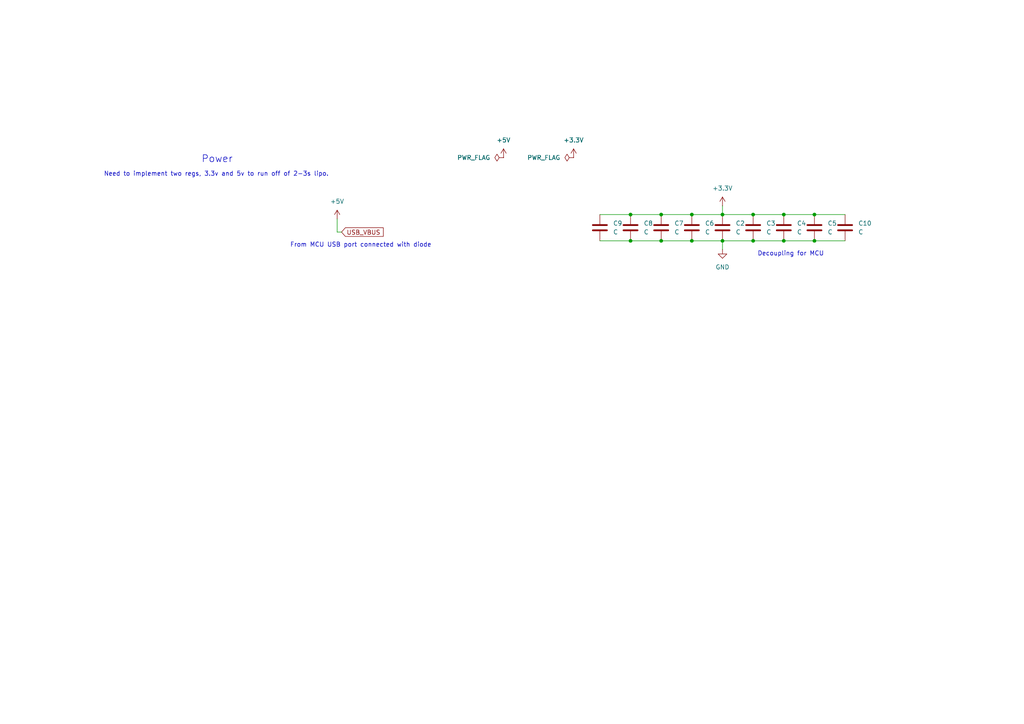
<source format=kicad_sch>
(kicad_sch (version 20231120) (generator "eeschema") (generator_version "8.0")
  (paper "A4")
  (lib_symbols
    (symbol "Device:C" (pin_numbers hide) (pin_names (offset 0.254))
      (property "Reference" "C" (at 0.635 2.54 0))
      (property "Value" "C" (at 0.635 -2.54 0))
      (symbol "C_0_1"
        (polyline (pts (xy -2.032 -0.762) (xy 2.032 -0.762)) (stroke (width 0.508)))
        (polyline (pts (xy -2.032 0.762) (xy 2.032 0.762)) (stroke (width 0.508)))
      )
      (symbol "C_1_1"
        (pin passive line (at 0 3.81 270) (length 2.794) (name "~") (number "1"))
        (pin passive line (at 0 -3.81 90) (length 2.794) (name "~") (number "2"))
      )
    )
    (symbol "power:+3.3V" (power) (pin_numbers hide) (pin_names (offset 0) hide)
      (property "Value" "+3.3V" (at 0 3.556 0))
      (symbol "+3.3V_0_1"
        (polyline (pts (xy -0.762 1.27) (xy 0 2.54)))
        (polyline (pts (xy 0 0) (xy 0 2.54)))
        (polyline (pts (xy 0 2.54) (xy 0.762 1.27)))
      )
      (symbol "+3.3V_1_1"
        (pin power_in line (at 0 0 90) (length 0) (name "~") (number "1"))
      )
    )
    (symbol "power:+5V" (power) (pin_numbers hide) (pin_names (offset 0) hide)
      (property "Value" "+5V" (at 0 3.556 0))
      (symbol "+5V_0_1"
        (polyline (pts (xy -0.762 1.27) (xy 0 2.54)))
        (polyline (pts (xy 0 0) (xy 0 2.54)))
        (polyline (pts (xy 0 2.54) (xy 0.762 1.27)))
      )
      (symbol "+5V_1_1"
        (pin power_in line (at 0 0 90) (length 0) (name "~") (number "1"))
      )
    )
    (symbol "power:GND" (power) (pin_numbers hide) (pin_names (offset 0) hide)
      (property "Value" "GND" (at 0 -3.81 0))
      (symbol "GND_0_1"
        (polyline (pts (xy 0 0) (xy 0 -1.27) (xy 1.27 -1.27) (xy 0 -2.54) (xy -1.27 -1.27) (xy 0 -1.27)))
      )
      (symbol "GND_1_1"
        (pin power_in line (at 0 0 270) (length 0) (name "~") (number "1"))
      )
    )
    (symbol "power:PWR_FLAG" (power) (pin_numbers hide) (pin_names (offset 0) hide)
      (property "Value" "PWR_FLAG" (at 0 3.81 0))
      (symbol "PWR_FLAG_0_0"
        (pin power_out line (at 0 0 90) (length 0) (name "~") (number "1"))
      )
      (symbol "PWR_FLAG_0_1"
        (polyline (pts (xy 0 0) (xy 0 1.27) (xy -1.016 1.905) (xy 0 2.54) (xy 1.016 1.905) (xy 0 1.27)))
      )
    )
  )
  (junction (at 200.66 62.23))
  (junction (at 200.66 69.85))
  (junction (at 191.77 62.23))
  (junction (at 227.33 62.23))
  (junction (at 209.55 62.23))
  (junction (at 218.44 62.23))
  (junction (at 209.55 69.85))
  (junction (at 236.22 62.23))
  (junction (at 236.22 69.85))
  (junction (at 191.77 69.85))
  (junction (at 182.88 69.85))
  (junction (at 182.88 62.23))
  (junction (at 218.44 69.85))
  (junction (at 227.33 69.85))
  (wire (pts (xy 191.77 62.23) (xy 200.66 62.23)))
  (wire (pts (xy 227.33 62.23) (xy 236.22 62.23)))
  (wire (pts (xy 200.66 62.23) (xy 209.55 62.23)))
  (wire (pts (xy 200.66 69.85) (xy 209.55 69.85)))
  (wire (pts (xy 236.22 69.85) (xy 245.11 69.85)))
  (wire (pts (xy 218.44 69.85) (xy 227.33 69.85)))
  (wire (pts (xy 209.55 72.39) (xy 209.55 69.85)))
  (wire (pts (xy 182.88 69.85) (xy 191.77 69.85)))
  (wire (pts (xy 218.44 62.23) (xy 227.33 62.23)))
  (wire (pts (xy 227.33 69.85) (xy 236.22 69.85)))
  (wire (pts (xy 209.55 59.69) (xy 209.55 62.23)))
  (wire (pts (xy 97.79 63.5) (xy 97.79 67.31)))
  (wire (pts (xy 236.22 62.23) (xy 245.11 62.23)))
  (wire (pts (xy 173.99 69.85) (xy 182.88 69.85)))
  (wire (pts (xy 97.79 67.31) (xy 99.06 67.31)))
  (wire (pts (xy 209.55 62.23) (xy 218.44 62.23)))
  (wire (pts (xy 191.77 69.85) (xy 200.66 69.85)))
  (wire (pts (xy 182.88 62.23) (xy 191.77 62.23)))
  (wire (pts (xy 173.99 62.23) (xy 182.88 62.23)))
  (wire (pts (xy 209.55 69.85) (xy 218.44 69.85)))
  (text "Power" (at 62.992 46.228 0) (effects (font (size 2.032 2.032))))
  (text "Decoupling for MCU" (at 229.362 73.66 0) (effects (font (size 1.27 1.27))))
  (text "From MCU USB port connected with diode" (at 104.648 71.12 0) (effects (font (size 1.27 1.27))))
  (text "Need to implement two regs, 3.3v and 5v to run off of 2-3s lipo." (at 62.738 50.546 0) (effects (font (size 1.27 1.27))))
  (global_label "USB_VBUS" (shape input) (at 99.06 67.31 0) (property "Intersheetrefs" "${INTERSHEET_REFS}" (effects (hide yes))))
  (symbol (lib_id "Device:C") (at 200.66 66.04 0) (unit 1)
    (property "Reference" "C6" (at 204.47 64.7699 0) (effects (justify left)))
    (property "Value" "C" (at 204.47 67.3099 0) (effects (justify left)))
    (property "Footprint" "100nF" (effects (hide yes)))
    (property "Description" "Unpolarized capacitor" (effects (hide yes)))
  )
  (symbol (lib_id "Device:C") (at 182.88 66.04 0) (unit 1)
    (property "Reference" "C8" (at 186.69 64.7699 0) (effects (justify left)))
    (property "Value" "C" (at 186.69 67.3099 0) (effects (justify left)))
    (property "Footprint" "100nF" (effects (hide yes)))
    (property "Description" "Unpolarized capacitor" (effects (hide yes)))
  )
  (symbol (lib_id "Device:C") (at 173.99 66.04 0) (unit 1)
    (property "Reference" "C9" (at 177.8 64.7699 0) (effects (justify left)))
    (property "Value" "C" (at 177.8 67.3099 0) (effects (justify left)))
    (property "Footprint" "100nF" (effects (hide yes)))
    (property "Description" "Unpolarized capacitor" (effects (hide yes)))
  )
  (symbol (lib_id "Device:C") (at 227.33 66.04 0) (unit 1)
    (property "Reference" "C4" (at 231.14 64.7699 0) (effects (justify left)))
    (property "Value" "C" (at 231.14 67.3099 0) (effects (justify left)))
    (property "Footprint" "100nF" (effects (hide yes)))
    (property "Description" "Unpolarized capacitor" (effects (hide yes)))
  )
  (symbol (lib_id "power:+5V") (at 146.05 45.72 0) (unit 1)
    (property "Reference" "#PWR01" (effects (hide yes)))
    (property "Value" "+5V" (at 146.05 40.64 0))
    (property "Description" "Power symbol creates a global label with name \"+5V\"" (effects (hide yes)))
  )
  (symbol (lib_id "power:PWR_FLAG") (at 166.37 45.72 90) (unit 1)
    (property "Reference" "#FLG02" (effects (hide yes)))
    (property "Value" "PWR_FLAG" (at 162.56 45.7199 90) (effects (justify left)))
    (property "Description" "Special symbol for telling ERC where power comes from" (effects (hide yes)))
  )
  (symbol (lib_id "power:+3.3V") (at 166.37 45.72 0) (unit 1)
    (property "Reference" "#PWR02" (effects (hide yes)))
    (property "Value" "+3.3V" (at 166.37 40.64 0))
    (property "Description" "Power symbol creates a global label with name \"+3.3V\"" (effects (hide yes)))
  )
  (symbol (lib_id "Device:C") (at 218.44 66.04 0) (unit 1)
    (property "Reference" "C3" (at 222.25 64.7699 0) (effects (justify left)))
    (property "Value" "C" (at 222.25 67.3099 0) (effects (justify left)))
    (property "Footprint" "100nF" (effects (hide yes)))
    (property "Description" "Unpolarized capacitor" (effects (hide yes)))
  )
  (symbol (lib_id "Device:C") (at 191.77 66.04 0) (unit 1)
    (property "Reference" "C7" (at 195.58 64.7699 0) (effects (justify left)))
    (property "Value" "C" (at 195.58 67.3099 0) (effects (justify left)))
    (property "Footprint" "100nF" (effects (hide yes)))
    (property "Description" "Unpolarized capacitor" (effects (hide yes)))
  )
  (symbol (lib_id "power:+5V") (at 97.79 63.5 0) (unit 1)
    (property "Reference" "#PWR016" (effects (hide yes)))
    (property "Value" "+5V" (at 97.79 58.42 0))
    (property "Description" "Power symbol creates a global label with name \"+5V\"" (effects (hide yes)))
  )
  (symbol (lib_id "power:PWR_FLAG") (at 146.05 45.72 90) (unit 1)
    (property "Reference" "#FLG01" (effects (hide yes)))
    (property "Value" "PWR_FLAG" (at 142.24 45.7199 90) (effects (justify left)))
    (property "Description" "Special symbol for telling ERC where power comes from" (effects (hide yes)))
  )
  (symbol (lib_id "Device:C") (at 209.55 66.04 0) (unit 1)
    (property "Reference" "C2" (at 213.36 64.7699 0) (effects (justify left)))
    (property "Value" "C" (at 213.36 67.3099 0) (effects (justify left)))
    (property "Footprint" "100nF" (effects (hide yes)))
    (property "Description" "Unpolarized capacitor" (effects (hide yes)))
  )
  (symbol (lib_id "Device:C") (at 245.11 66.04 0) (unit 1)
    (property "Reference" "C10" (at 248.92 64.7699 0) (effects (justify left)))
    (property "Value" "C" (at 248.92 67.3099 0) (effects (justify left)))
    (property "Footprint" "4.7uF" (effects (hide yes)))
    (property "Description" "Unpolarized capacitor" (effects (hide yes)))
  )
  (symbol (lib_id "Device:C") (at 236.22 66.04 0) (unit 1)
    (property "Reference" "C5" (at 240.03 64.7699 0) (effects (justify left)))
    (property "Value" "C" (at 240.03 67.3099 0) (effects (justify left)))
    (property "Footprint" "100nF" (effects (hide yes)))
    (property "Description" "Unpolarized capacitor" (effects (hide yes)))
  )
  (symbol (lib_id "power:+3.3V") (at 209.55 59.69 0) (unit 1)
    (property "Reference" "#PWR012" (effects (hide yes)))
    (property "Value" "+3.3V" (at 209.55 54.61 0))
    (property "Description" "Power symbol creates a global label with name \"+3.3V\"" (effects (hide yes)))
  )
  (symbol (lib_id "power:GND") (at 209.55 72.39 0) (unit 1)
    (property "Reference" "#PWR013" (effects (hide yes)))
    (property "Value" "GND" (at 209.55 77.47 0))
    (property "Description" "Power symbol creates a global label with name \"GND\" , ground" (effects (hide yes)))
  )
)
</source>
